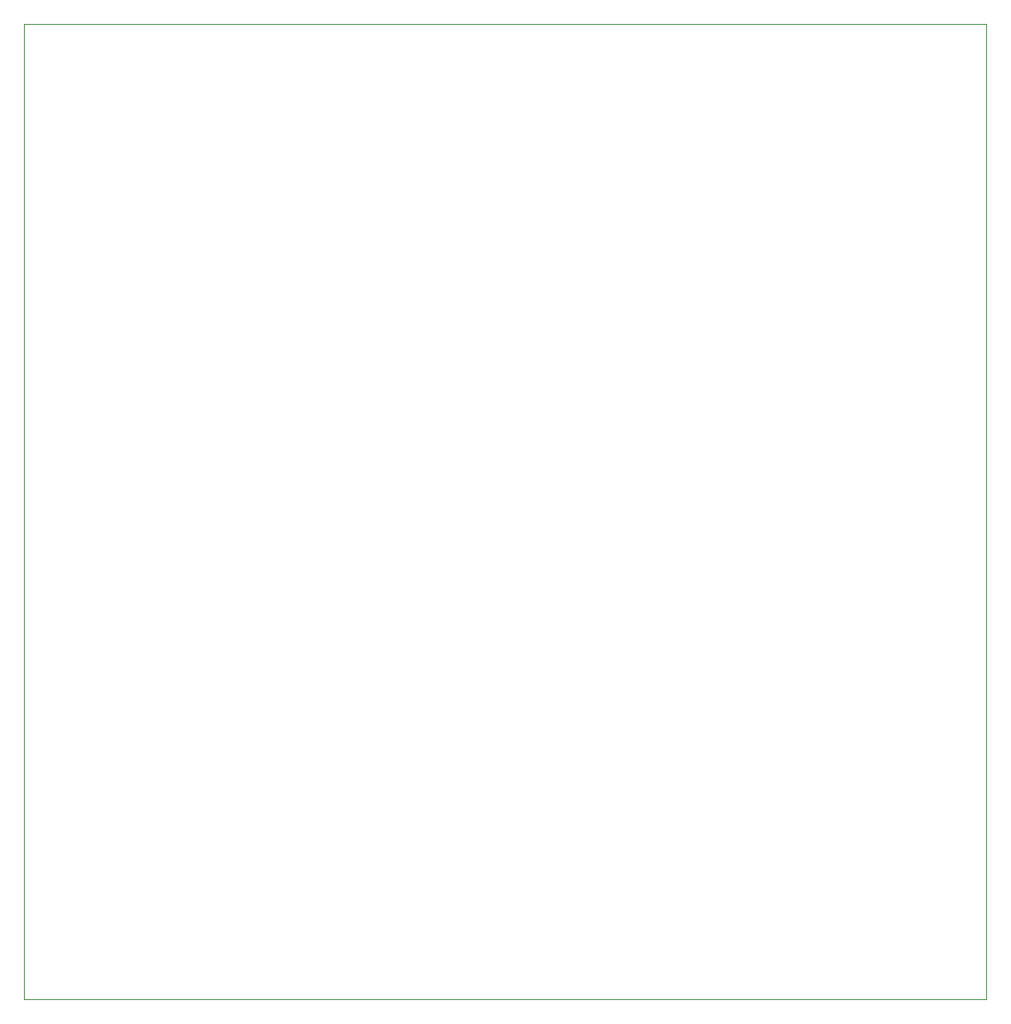
<source format=gbr>
G04 #@! TF.GenerationSoftware,KiCad,Pcbnew,(5.1.6)-1*
G04 #@! TF.CreationDate,2020-09-03T19:38:07+03:00*
G04 #@! TF.ProjectId,4116 dram tester,34313136-2064-4726-916d-207465737465,rev?*
G04 #@! TF.SameCoordinates,Original*
G04 #@! TF.FileFunction,Profile,NP*
%FSLAX46Y46*%
G04 Gerber Fmt 4.6, Leading zero omitted, Abs format (unit mm)*
G04 Created by KiCad (PCBNEW (5.1.6)-1) date 2020-09-03 19:38:07*
%MOMM*%
%LPD*%
G01*
G04 APERTURE LIST*
G04 #@! TA.AperFunction,Profile*
%ADD10C,0.050000*%
G04 #@! TD*
G04 APERTURE END LIST*
D10*
X157480000Y-142240000D02*
X157480000Y-45720000D01*
X62230000Y-142240000D02*
X157480000Y-142240000D01*
X62230000Y-45720000D02*
X62230000Y-142240000D01*
X157480000Y-45720000D02*
X62230000Y-45720000D01*
M02*

</source>
